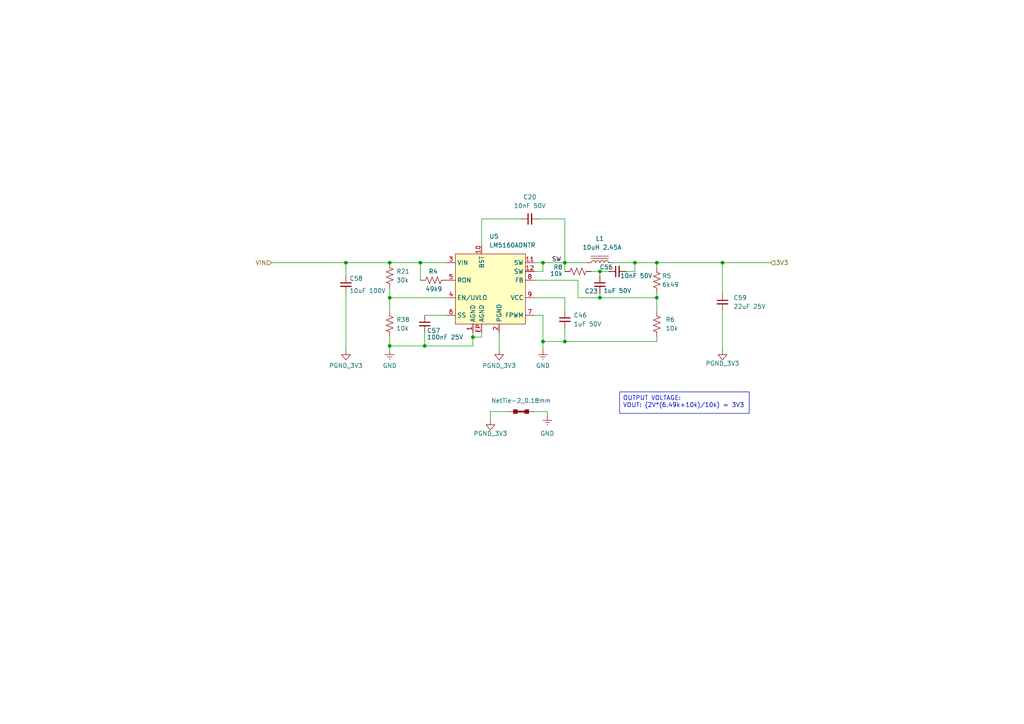
<source format=kicad_sch>
(kicad_sch (version 20250114) (generator "eeschema") (generator_version "9.0")
  (paper "A4")
  (lib_symbols
    (symbol "BR_Capacitors_0201:C_0201_100nF_25V_X7R_10%" (pin_numbers (hide yes)) (pin_names (offset 0.254) (hide yes))
      (property "Reference" "C" (at 1.016 1.778 0))
      (property "Value" "100nF 25V" (at 1.016 -1.778 0))
      (symbol "C_0201_100nF_25V_X7R_10%_0_1"
        (polyline (pts (xy -1.524 0.508) (xy 1.524 0.508)) (stroke (width 0.3048)))
        (polyline (pts (xy -1.524 -0.508) (xy 1.524 -0.508)) (stroke (width 0.3302)))
      )
      (symbol "C_0201_100nF_25V_X7R_10%_1_1"
        (pin passive line (at 0 2.54 270) (length 2.032) (name "~") (number "1"))
        (pin passive line (at 0 -2.54 90) (length 2.032) (name "~") (number "2"))
      )
    )
    (symbol "BR_Capacitors_0402:C_0402_10nF_50V_X7R_10%" (pin_numbers (hide yes)) (pin_names (offset 0.254) (hide yes))
      (property "Reference" "C" (at 1.016 1.778 0))
      (property "Value" "10nF 50V" (at 1.016 -1.778 0))
      (symbol "C_0402_10nF_50V_X7R_10%_0_1"
        (polyline (pts (xy -1.524 0.508) (xy 1.524 0.508)) (stroke (width 0.3048)))
        (polyline (pts (xy -1.524 -0.508) (xy 1.524 -0.508)) (stroke (width 0.3302)))
      )
      (symbol "C_0402_10nF_50V_X7R_10%_1_1"
        (pin passive line (at 0 2.54 270) (length 2.032) (name "~") (number "1"))
        (pin passive line (at 0 -2.54 90) (length 2.032) (name "~") (number "2"))
      )
    )
    (symbol "BR_Capacitors_0402:C_0402_1uF_50V_X5R_20%" (pin_numbers (hide yes)) (pin_names (offset 0.254) (hide yes))
      (property "Reference" "C" (at 1.016 1.778 0))
      (property "Value" "1uF 50V" (at 1.016 -1.778 0))
      (symbol "C_0402_1uF_50V_X5R_20%_0_1"
        (polyline (pts (xy -1.524 0.508) (xy 1.524 0.508)) (stroke (width 0.3048)))
        (polyline (pts (xy -1.524 -0.508) (xy 1.524 -0.508)) (stroke (width 0.3302)))
      )
      (symbol "C_0402_1uF_50V_X5R_20%_1_1"
        (pin passive line (at 0 2.54 270) (length 2.032) (name "~") (number "1"))
        (pin passive line (at 0 -2.54 90) (length 2.032) (name "~") (number "2"))
      )
    )
    (symbol "BR_Capacitors_0805:C_0805_22uF_25V_X5R_20%" (pin_numbers (hide yes)) (pin_names (offset 0.254) (hide yes))
      (property "Reference" "C" (at 1.016 1.778 0))
      (property "Value" "22uF 25V" (at 1.016 -1.778 0))
      (symbol "C_0805_22uF_25V_X5R_20%_0_1"
        (polyline (pts (xy -1.524 0.508) (xy 1.524 0.508)) (stroke (width 0.3048)))
        (polyline (pts (xy -1.524 -0.508) (xy 1.524 -0.508)) (stroke (width 0.3302)))
      )
      (symbol "C_0805_22uF_25V_X5R_20%_1_1"
        (pin passive line (at 0 2.54 270) (length 2.032) (name "~") (number "1"))
        (pin passive line (at 0 -2.54 90) (length 2.032) (name "~") (number "2"))
      )
    )
    (symbol "BR_Capacitors_1210:C_1210_10uF_100V_X7S_10%" (pin_numbers (hide yes)) (pin_names (offset 0.254) (hide yes))
      (property "Reference" "C" (at 1.016 1.778 0))
      (property "Value" "10uF 100V" (at 1.016 -1.778 0))
      (symbol "C_1210_10uF_100V_X7S_10%_0_1"
        (polyline (pts (xy -1.524 0.508) (xy 1.524 0.508)) (stroke (width 0.3048)))
        (polyline (pts (xy -1.524 -0.508) (xy 1.524 -0.508)) (stroke (width 0.3302)))
      )
      (symbol "C_1210_10uF_100V_X7S_10%_1_1"
        (pin passive line (at 0 2.54 270) (length 2.032) (name "~") (number "1"))
        (pin passive line (at 0 -2.54 90) (length 2.032) (name "~") (number "2"))
      )
    )
    (symbol "BR_IC_Regulators:LM5160ADNTR"
      (property "Reference" "U" (at 2.1941 15.24 0))
      (property "Value" "LM5160ADNTR" (at 2.1941 12.7 0))
      (symbol "LM5160ADNTR_1_1"
        (rectangle (start -7.62 10.16) (end 12.7 -10.16) (fill (type background)))
        (pin power_in line (at -10.16 7.62 0) (length 2.54) (name "VIN") (number "3"))
        (pin input line (at -10.16 2.54 0) (length 2.54) (name "RON") (number "5"))
        (pin input line (at -10.16 -2.54 0) (length 2.54) (name "EN/UVLO") (number "4"))
        (pin input line (at -10.16 -7.62 0) (length 2.54) (name "SS") (number "6"))
        (pin passive line (at -2.54 -12.7 90) (length 2.54) (name "AGND") (number "1"))
        (pin power_out line (at 0 12.7 270) (length 2.54) (name "BST") (number "10"))
        (pin passive line (at 0 -12.7 90) (length 2.54) (name "AGND") (number "EP"))
        (pin passive line (at 5.08 -12.7 90) (length 2.54) (name "PGND") (number "2"))
        (pin power_out line (at 15.24 7.62 180) (length 2.54) (name "SW") (number "11"))
        (pin power_out line (at 15.24 5.08 180) (length 2.54) (name "SW") (number "12"))
        (pin input line (at 15.24 2.54 180) (length 2.54) (name "FB") (number "8"))
        (pin power_out line (at 15.24 -2.54 180) (length 2.54) (name "VCC") (number "9"))
        (pin input line (at 15.24 -7.62 180) (length 2.54) (name "FPWM") (number "7"))
      )
    )
    (symbol "BR_Inductors:L_ASPI-6045T-100M-T" (pin_numbers (hide yes)) (pin_names (offset 0.254) (hide yes))
      (property "Reference" "L" (at -1.27 -1.27 90))
      (property "Value" "10uH 2.45A" (at 3.175 0.635 90))
      (symbol "L_ASPI-6045T-100M-T_0_1"
        (arc (start 0 2.54) (mid 0.6158 1.905) (end 0 1.27))
        (arc (start 0.0195 1.27) (mid 0.6353 0.635) (end 0.0195 0))
        (arc (start 0.0195 0) (mid 0.6353 -0.635) (end 0.0195 -1.27))
        (arc (start 0.0195 -1.27) (mid 0.6353 -1.905) (end 0.0195 -2.54))
        (polyline (pts (xy 1.27 2.54) (xy 1.27 -2.54)))
        (polyline (pts (xy 1.905 2.54) (xy 1.905 -2.54)))
      )
      (symbol "L_ASPI-6045T-100M-T_1_1"
        (pin passive line (at 0 3.81 270) (length 1.27) (name "~") (number "1"))
        (pin passive line (at 0 -3.81 90) (length 1.27) (name "~") (number "2"))
      )
    )
    (symbol "BR_Resistors_0201:R_0201_10k" (pin_numbers (hide yes)) (pin_names (offset 0) (hide yes))
      (property "Reference" "R" (at 1.524 1.27 0))
      (property "Value" "10k" (at 1.524 -1.27 0))
      (symbol "R_0201_10k_0_1"
        (polyline (pts (xy 0 2.286) (xy 0 2.54)))
        (polyline (pts (xy 0 2.286) (xy 1.016 1.905) (xy 0 1.524) (xy -1.016 1.143) (xy 0 0.762)))
        (polyline (pts (xy 0 0.762) (xy 1.016 0.381) (xy 0 0) (xy -1.016 -0.381) (xy 0 -0.762)))
        (polyline (pts (xy 0 -0.762) (xy 1.016 -1.143) (xy 0 -1.524) (xy -1.016 -1.905) (xy 0 -2.286)))
        (polyline (pts (xy 0 -2.286) (xy 0 -2.54)))
      )
      (symbol "R_0201_10k_1_1"
        (pin passive line (at 0 3.81 270) (length 1.27) (name "~") (number "1"))
        (pin passive line (at 0 -3.81 90) (length 1.27) (name "~") (number "2"))
      )
    )
    (symbol "BR_Resistors_0201:R_0201_30k" (pin_numbers (hide yes)) (pin_names (offset 0) (hide yes))
      (property "Reference" "R" (at 1.524 1.27 0))
      (property "Value" "30k" (at 1.524 -1.27 0))
      (symbol "R_0201_30k_0_1"
        (polyline (pts (xy 0 2.286) (xy 0 2.54)))
        (polyline (pts (xy 0 2.286) (xy 1.016 1.905) (xy 0 1.524) (xy -1.016 1.143) (xy 0 0.762)))
        (polyline (pts (xy 0 0.762) (xy 1.016 0.381) (xy 0 0) (xy -1.016 -0.381) (xy 0 -0.762)))
        (polyline (pts (xy 0 -0.762) (xy 1.016 -1.143) (xy 0 -1.524) (xy -1.016 -1.905) (xy 0 -2.286)))
        (polyline (pts (xy 0 -2.286) (xy 0 -2.54)))
      )
      (symbol "R_0201_30k_1_1"
        (pin passive line (at 0 3.81 270) (length 1.27) (name "~") (number "1"))
        (pin passive line (at 0 -3.81 90) (length 1.27) (name "~") (number "2"))
      )
    )
    (symbol "BR_Resistors_0201:R_0201_49k9" (pin_numbers (hide yes)) (pin_names (offset 0) (hide yes))
      (property "Reference" "R" (at 1.524 1.27 0))
      (property "Value" "49k9" (at 1.524 -1.27 0))
      (symbol "R_0201_49k9_0_1"
        (polyline (pts (xy 0 2.286) (xy 0 2.54)))
        (polyline (pts (xy 0 2.286) (xy 1.016 1.905) (xy 0 1.524) (xy -1.016 1.143) (xy 0 0.762)))
        (polyline (pts (xy 0 0.762) (xy 1.016 0.381) (xy 0 0) (xy -1.016 -0.381) (xy 0 -0.762)))
        (polyline (pts (xy 0 -0.762) (xy 1.016 -1.143) (xy 0 -1.524) (xy -1.016 -1.905) (xy 0 -2.286)))
        (polyline (pts (xy 0 -2.286) (xy 0 -2.54)))
      )
      (symbol "R_0201_49k9_1_1"
        (pin passive line (at 0 3.81 270) (length 1.27) (name "~") (number "1"))
        (pin passive line (at 0 -3.81 90) (length 1.27) (name "~") (number "2"))
      )
    )
    (symbol "BR_Resistors_0201:R_0201_6k49" (pin_numbers (hide yes)) (pin_names (offset 0) (hide yes))
      (property "Reference" "R" (at 1.524 1.27 0))
      (property "Value" "6k49" (at 1.524 -1.27 0))
      (symbol "R_0201_6k49_0_1"
        (polyline (pts (xy 0 2.286) (xy 0 2.54)))
        (polyline (pts (xy 0 2.286) (xy 1.016 1.905) (xy 0 1.524) (xy -1.016 1.143) (xy 0 0.762)))
        (polyline (pts (xy 0 0.762) (xy 1.016 0.381) (xy 0 0) (xy -1.016 -0.381) (xy 0 -0.762)))
        (polyline (pts (xy 0 -0.762) (xy 1.016 -1.143) (xy 0 -1.524) (xy -1.016 -1.905) (xy 0 -2.286)))
        (polyline (pts (xy 0 -2.286) (xy 0 -2.54)))
      )
      (symbol "R_0201_6k49_1_1"
        (pin passive line (at 0 3.81 270) (length 1.27) (name "~") (number "1"))
        (pin passive line (at 0 -3.81 90) (length 1.27) (name "~") (number "2"))
      )
    )
    (symbol "BR_Virtual_Parts:GND" (power) (pin_numbers (hide yes)) (pin_names (offset 0) (hide yes))
      (property "Value" "GND" (at 0 -3.556 0))
      (symbol "GND_0_1"
        (polyline (pts (xy -0.635 -1.905) (xy 0.635 -1.905)))
        (polyline (pts (xy -0.127 -2.54) (xy 0.127 -2.54)))
        (polyline (pts (xy 0 -1.27) (xy 0 0)))
        (polyline (pts (xy 1.27 -1.27) (xy -1.27 -1.27)))
      )
      (symbol "GND_1_1"
        (pin power_in line (at 0 0 270) (length 0) (hide yes) (name "GNDREF") (number "1"))
      )
    )
    (symbol "BR_Virtual_Parts:GND_ALT" (power) (pin_numbers (hide yes)) (pin_names (offset 0) (hide yes))
      (property "Value" "GND" (at 0 -3.556 0))
      (symbol "GND_ALT_0_1"
        (polyline (pts (xy -1.27 -1.27) (xy 1.27 -1.27) (xy 0 -2.794) (xy -1.27 -1.27)))
        (polyline (pts (xy 0 -1.27) (xy 0 0)))
      )
      (symbol "GND_ALT_1_1"
        (pin power_in line (at 0 0 270) (length 0) (hide yes) (name "GNDREF") (number "1"))
      )
    )
    (symbol "BR_Virtual_Parts:NetTie-2_0.18mm_long" (pin_numbers (hide yes)) (pin_names (offset 0)) (in_bom no)
      (property "Value" "NetTie-2_0.18mm" (at 2.54 0 90))
      (symbol "NetTie-2_0.18mm_long_0_1"
        (polyline (pts (xy 0 2.286) (xy 0 2.54)))
        (polyline (pts (xy 0 -2.286) (xy 0 -2.54)))
      )
      (symbol "NetTie-2_0.18mm_long_1_1"
        (rectangle (start -0.635 2.286) (end 0.635 1.016) (stroke (width -0.0001)) (fill (type outline)))
        (rectangle (start -0.635 -1.016) (end 0.635 -2.286) (stroke (width -0.0001)) (fill (type outline)))
        (rectangle (start -0.254 1.016) (end 0.254 -1.016) (stroke (width -0.0001)) (fill (type outline)))
        (pin passive line (at 0 3.81 270) (length 1.27) (name "~") (number "1"))
        (pin passive line (at 0 -3.81 90) (length 1.27) (name "~") (number "2"))
      )
    )
  )
  (text_box "OUTPUT VOLTAGE:\nVOUT: (2V*(6.49k+10k)/10k) = 3V3" (at 179.705 113.665 0) (size 37.592 6.223) (margins 0.9525 0.9525 0.9525 0.9525) (effects (font (size 1.27 1.27)) (justify left top)))
  (junction (at 157.48 99.06))
  (junction (at 123.19 100.33))
  (junction (at 184.15 76.2))
  (junction (at 157.48 76.2))
  (junction (at 100.33 76.2))
  (junction (at 113.03 86.36))
  (junction (at 173.99 86.36))
  (junction (at 113.03 76.2))
  (junction (at 163.83 76.2))
  (junction (at 190.5 86.36))
  (junction (at 137.16 97.79))
  (junction (at 190.5 76.2))
  (junction (at 209.55 76.2))
  (junction (at 113.03 100.33))
  (junction (at 173.99 78.74))
  (junction (at 121.92 76.2))
  (junction (at 163.83 99.06))
  (wire (pts (xy 154.94 76.2) (xy 157.48 76.2)))
  (wire (pts (xy 173.99 80.01) (xy 173.99 78.74)))
  (wire (pts (xy 142.24 121.92) (xy 142.24 119.38)))
  (wire (pts (xy 157.48 101.6) (xy 157.48 99.06)))
  (wire (pts (xy 163.83 76.2) (xy 163.83 78.74)))
  (wire (pts (xy 173.99 78.74) (xy 176.53 78.74)))
  (wire (pts (xy 157.48 99.06) (xy 163.83 99.06)))
  (wire (pts (xy 173.99 86.36) (xy 190.5 86.36)))
  (wire (pts (xy 190.5 77.47) (xy 190.5 76.2)))
  (wire (pts (xy 121.92 81.28) (xy 121.92 76.2)))
  (wire (pts (xy 163.83 99.06) (xy 190.5 99.06)))
  (wire (pts (xy 209.55 76.2) (xy 209.55 85.09)))
  (wire (pts (xy 184.15 78.74) (xy 184.15 76.2)))
  (wire (pts (xy 137.16 97.79) (xy 137.16 96.52)))
  (wire (pts (xy 167.64 81.28) (xy 154.94 81.28)))
  (wire (pts (xy 113.03 76.2) (xy 121.92 76.2)))
  (wire (pts (xy 139.7 97.79) (xy 139.7 96.52)))
  (wire (pts (xy 163.83 63.5) (xy 163.83 76.2)))
  (wire (pts (xy 154.94 91.44) (xy 157.48 91.44)))
  (wire (pts (xy 142.24 119.38) (xy 147.32 119.38)))
  (wire (pts (xy 137.16 100.33) (xy 123.19 100.33)))
  (wire (pts (xy 163.83 76.2) (xy 170.18 76.2)))
  (wire (pts (xy 139.7 63.5) (xy 151.13 63.5)))
  (wire (pts (xy 190.5 76.2) (xy 209.55 76.2)))
  (wire (pts (xy 144.78 101.6) (xy 144.78 96.52)))
  (wire (pts (xy 209.55 76.2) (xy 223.52 76.2)))
  (wire (pts (xy 121.92 76.2) (xy 129.54 76.2)))
  (wire (pts (xy 190.5 99.06) (xy 190.5 97.79)))
  (wire (pts (xy 113.03 86.36) (xy 129.54 86.36)))
  (wire (pts (xy 78.74 76.2) (xy 100.33 76.2)))
  (wire (pts (xy 190.5 90.17) (xy 190.5 86.36)))
  (wire (pts (xy 123.19 91.44) (xy 129.54 91.44)))
  (wire (pts (xy 113.03 90.17) (xy 113.03 86.36)))
  (wire (pts (xy 100.33 76.2) (xy 113.03 76.2)))
  (wire (pts (xy 209.55 101.6) (xy 209.55 90.17)))
  (wire (pts (xy 158.75 119.38) (xy 154.94 119.38)))
  (wire (pts (xy 163.83 90.17) (xy 163.83 86.36)))
  (wire (pts (xy 177.8 76.2) (xy 184.15 76.2)))
  (wire (pts (xy 123.19 96.52) (xy 123.19 100.33)))
  (wire (pts (xy 167.64 86.36) (xy 167.64 81.28)))
  (wire (pts (xy 163.83 99.06) (xy 163.83 95.25)))
  (wire (pts (xy 163.83 86.36) (xy 154.94 86.36)))
  (wire (pts (xy 190.5 85.09) (xy 190.5 86.36)))
  (wire (pts (xy 157.48 91.44) (xy 157.48 99.06)))
  (wire (pts (xy 113.03 100.33) (xy 123.19 100.33)))
  (wire (pts (xy 100.33 101.6) (xy 100.33 85.09)))
  (wire (pts (xy 157.48 78.74) (xy 157.48 76.2)))
  (wire (pts (xy 171.45 78.74) (xy 173.99 78.74)))
  (wire (pts (xy 184.15 76.2) (xy 190.5 76.2)))
  (wire (pts (xy 158.75 120.65) (xy 158.75 119.38)))
  (wire (pts (xy 139.7 63.5) (xy 139.7 71.12)))
  (wire (pts (xy 167.64 86.36) (xy 173.99 86.36)))
  (wire (pts (xy 181.61 78.74) (xy 184.15 78.74)))
  (wire (pts (xy 113.03 100.33) (xy 113.03 101.6)))
  (wire (pts (xy 157.48 76.2) (xy 163.83 76.2)))
  (wire (pts (xy 156.21 63.5) (xy 163.83 63.5)))
  (wire (pts (xy 113.03 86.36) (xy 113.03 83.82)))
  (wire (pts (xy 137.16 97.79) (xy 137.16 100.33)))
  (wire (pts (xy 154.94 78.74) (xy 157.48 78.74)))
  (wire (pts (xy 173.99 85.09) (xy 173.99 86.36)))
  (wire (pts (xy 137.16 97.79) (xy 139.7 97.79)))
  (wire (pts (xy 113.03 97.79) (xy 113.03 100.33)))
  (wire (pts (xy 100.33 80.01) (xy 100.33 76.2)))
  (label "SW" (at 160.02 76.2 0))
  (hierarchical_label "VIN" (shape input) (at 78.74 76.2 180))
  (hierarchical_label "3V3" (shape input) (at 223.52 76.2 0))
  (symbol (lib_id "BR_Inductors:L_ASPI-6045T-100M-T") (at 173.99 76.2 90) (unit 1)
    (property "Reference" "L1" (at 173.99 69.215 90))
    (property "Value" "10uH 2.45A" (at 174.625 71.755 90))
    (property "Footprint" "BR_Inductors:IND_VLS6045EX-101M" (effects (hide yes)))
    (property "Datasheet" "https://abracon.com/Magnetics/power/ASPI-6045T.pdf" (effects (hide yes)))
    (property "Description" "10µH 20% 2.45A 62mR Shielded Wirewound Inductor SMT 6x6x4.5mm" (effects (hide yes)))
    (property "Manufacturer" "Abracon LLC" (effects (hide yes)))
    (property "Manufacturer Part Num" "ASPI-6045T-100M-T" (effects (hide yes)))
    (property "Supplier 1" "DigiKey" (effects (hide yes)))
    (property "Supplier Part Num 1" "535-ASPI-6045T-100M-TTR-ND" (effects (hide yes)))
    (property "Supplier 2" "Mouser" (effects (hide yes)))
    (property "Supplier Part Num 2" "815-ASP6045T-100M-T" (effects (hide yes)))
    (property "Supplier 3" "JLCPCB" (effects (hide yes)))
    (property "Supplier Part Num 3" "C436755" (effects (hide yes)))
    (property "BRE Number" "BRE-000219" (effects (hide yes)))
  )
  (symbol (lib_id "BR_Virtual_Parts:GND_ALT") (at 142.24 121.92 0) (unit 1)
    (property "Reference" "#PWR061" (effects (hide yes)))
    (property "Value" "PGND_3V3" (at 142.24 125.73 0))
  )
  (symbol (lib_id "BR_IC_Regulators:LM5160ADNTR") (at 139.7 83.82 0) (unit 1)
    (property "Reference" "U5" (at 141.8941 68.58 0) (effects (justify left)))
    (property "Value" "LM5160ADNTR" (at 141.8941 71.12 0) (effects (justify left)))
    (property "Footprint" "BR_IC:WSON-12-1EP_4x4mm_P0.5mm_EP2.6x3mm" (effects (hide yes)))
    (property "Datasheet" "https://www.ti.com/general/docs/suppproductinfo.tsp?distId=10&gotoUrl=https%3A%2F%2Fwww.ti.com%2Flit%2Fgpn%2Flm5160a" (effects (hide yes)))
    (property "Description" "Buck Converter, 4.5 - 60V Input, 2A, 1Mhz, WSON-12 (6.2x5)" (effects (hide yes)))
    (property "Manufacturer" "Texas Instruments" (effects (hide yes)))
    (property "Manufacturer Part Num" "LM5160ADNTR" (effects (hide yes)))
    (property "Supplier 1" "DigiKey" (effects (hide yes)))
    (property "Supplier Part Num 1" "296-46121-1-ND" (effects (hide yes)))
    (property "Supplier 2" "Mouser" (effects (hide yes)))
    (property "Supplier Part Num 2" "595-LM5160ADNTR" (effects (hide yes)))
    (property "Supplier 3" "JLCPCB" (effects (hide yes)))
    (property "Supplier Part Num 3" "C473375" (effects (hide yes)))
    (property "BRE Number" "BRE-000193" (effects (hide yes)))
  )
  (symbol (lib_id "BR_Virtual_Parts:GND") (at 158.75 120.65 0) (unit 1)
    (property "Reference" "#PWR037" (effects (hide yes)))
    (property "Value" "GND" (at 158.75 125.73 0))
  )
  (symbol (lib_id "BR_Virtual_Parts:GND_ALT") (at 144.78 101.6 0) (unit 1)
    (property "Reference" "#PWR038" (effects (hide yes)))
    (property "Value" "PGND_3V3" (at 144.78 106.045 0))
  )
  (symbol (lib_id "BR_Virtual_Parts:GND_ALT") (at 100.33 101.6 0) (unit 1)
    (property "Reference" "#PWR040" (effects (hide yes)))
    (property "Value" "PGND_3V3" (at 100.33 106.045 0))
  )
  (symbol (lib_id "BR_Virtual_Parts:NetTie-2_0.18mm_long") (at 151.13 119.38 90) (unit 1) (in_bom no)
    (property "Reference" "NT2" (effects (hide yes)))
    (property "Value" "NetTie-2_0.18mm" (at 151.13 116.205 90))
    (property "Footprint" "BR_Virtual_Parts:NetTie-2_SMD_Pad_0.18mm_wide_long" (effects (hide yes)))
    (property "Description" "Net Tie" (effects (hide yes)))
  )
  (symbol (lib_id "BR_Resistors_0201:R_0201_10k") (at 113.03 93.98 180) (unit 1)
    (property "Reference" "R38" (at 114.935 92.71 0) (effects (justify right)))
    (property "Value" "10k" (at 114.935 95.25 0) (effects (justify right)))
    (property "Footprint" "BR_Passives:R_0201_0603Metric-minimized" (effects (hide yes)))
    (property "Datasheet" "https://www.yageo.com/upload/media/product/products/datasheet/rchip/PYu-RC_Group_51_RoHS_L_12.pdf" (effects (hide yes)))
    (property "Description" "10k 1% 200ppm 50mW Thick Film Resistor 0201" (effects (hide yes)))
    (property "Manufacturer" "YAGEO" (effects (hide yes)))
    (property "Manufacturer Part Num" "RC0201FR-0710KL" (effects (hide yes)))
    (property "Supplier 1" "DigiKey" (effects (hide yes)))
    (property "Supplier Part Num 1" "311-10.0KMCT-ND" (effects (hide yes)))
    (property "Supplier 2" "Mouser" (effects (hide yes)))
    (property "Supplier Part Num 2" "603-RC0201FR-0710KL" (effects (hide yes)))
    (property "Supplier 3" "JLCPCB" (effects (hide yes)))
    (property "Supplier Part Num 3" "C106225" (effects (hide yes)))
    (property "BRE Number" "BRE-000261" (effects (hide yes)))
  )
  (symbol (lib_id "BR_Capacitors_0402:C_0402_1uF_50V_X5R_20%") (at 163.83 92.71 0) (unit 1)
    (property "Reference" "C46" (at 166.37 91.4462 0) (effects (justify left)))
    (property "Value" "1uF 50V" (at 166.37 93.9862 0) (effects (justify left)))
    (property "Footprint" "BR_Passives:C_0402_1005Metric-minimized" (effects (hide yes)))
    (property "Datasheet" "https://search.murata.co.jp/Ceramy/image/img/A01X/G101/ENG/GRM155R61H105KE05-01A.pdf" (effects (hide yes)))
    (property "Description" "1uF 50V X5R 5% Ceramic Capacitor 0402" (effects (hide yes)))
    (property "Manufacturer" "Murata Electronics" (effects (hide yes)))
    (property "Manufacturer Part Num" "GRM155R61H105KE05D" (effects (hide yes)))
    (property "Supplier 1" "DigiKey" (effects (hide yes)))
    (property "Supplier Part Num 1" "490-GRM155R61H105KE05DCT-ND" (effects (hide yes)))
    (property "Supplier 2" "Mouser" (effects (hide yes)))
    (property "Supplier Part Num 2" "81-GRM155R61H105KE5D" (effects (hide yes)))
    (property "Supplier 3" "JLCPCB" (effects (hide yes)))
    (property "Supplier Part Num 3" "C1518208" (effects (hide yes)))
    (property "BRE Number" "BRE-000020" (effects (hide yes)))
  )
  (symbol (lib_id "BR_Virtual_Parts:GND") (at 157.48 101.6 0) (unit 1)
    (property "Reference" "#PWR0146" (effects (hide yes)))
    (property "Value" "GND" (at 157.48 106.045 0))
  )
  (symbol (lib_id "BR_Capacitors_0402:C_0402_1uF_50V_X5R_20%") (at 173.99 82.55 0) (unit 1)
    (property "Reference" "C23" (at 169.545 84.455 0) (effects (justify left)))
    (property "Value" "1uF 50V" (at 175.006 84.328 0) (effects (justify left)))
    (property "Footprint" "BR_Passives:C_0402_1005Metric-minimized" (effects (hide yes)))
    (property "Datasheet" "https://search.murata.co.jp/Ceramy/image/img/A01X/G101/ENG/GRM155R61H105KE05-01A.pdf" (effects (hide yes)))
    (property "Description" "1uF 50V X5R 5% Ceramic Capacitor 0402" (effects (hide yes)))
    (property "Manufacturer" "Murata Electronics" (effects (hide yes)))
    (property "Manufacturer Part Num" "GRM155R61H105KE05D" (effects (hide yes)))
    (property "Supplier 1" "DigiKey" (effects (hide yes)))
    (property "Supplier Part Num 1" "490-GRM155R61H105KE05DCT-ND" (effects (hide yes)))
    (property "Supplier 2" "Mouser" (effects (hide yes)))
    (property "Supplier Part Num 2" "81-GRM155R61H105KE5D" (effects (hide yes)))
    (property "Supplier 3" "JLCPCB" (effects (hide yes)))
    (property "Supplier Part Num 3" "C1518208" (effects (hide yes)))
    (property "BRE Number" "BRE-000020" (effects (hide yes)))
  )
  (symbol (lib_id "BR_Resistors_0201:R_0201_30k") (at 113.03 80.01 0) (unit 1)
    (property "Reference" "R21" (at 114.935 78.74 0) (effects (justify left)))
    (property "Value" "30k" (at 114.935 81.28 0) (effects (justify left)))
    (property "Footprint" "BR_Passives:R_0201_0603Metric-minimized" (effects (hide yes)))
    (property "Datasheet" "https://www.lcsc.com/datasheet/lcsc_datasheet_2304140030_YAGEO-RC0201FR-0730KL_C138153.pdf" (effects (hide yes)))
    (property "Description" "30k 1% 200ppm 50mW Thick Film Resistor 0201" (effects (hide yes)))
    (property "Manufacturer" "YAGEO" (effects (hide yes)))
    (property "Manufacturer Part Num" "RC0201FR-0730KL" (effects (hide yes)))
    (property "Supplier 1" "DigiKey" (effects (hide yes)))
    (property "Supplier Part Num 1" "YAG2281CT-ND" (effects (hide yes)))
    (property "Supplier 2" "Mouser" (effects (hide yes)))
    (property "Supplier Part Num 2" "603-RC0201FR-0730KL" (effects (hide yes)))
    (property "Supplier 3" "JLCPCB" (effects (hide yes)))
    (property "Supplier Part Num 3" "C138153" (effects (hide yes)))
    (property "BRE Number" "BRE-000273" (effects (hide yes)))
  )
  (symbol (lib_id "BR_Resistors_0201:R_0201_6k49") (at 190.5 81.28 0) (unit 1)
    (property "Reference" "R5" (at 192.024 80.01 0) (effects (justify left)))
    (property "Value" "6k49" (at 192.024 82.55 0) (effects (justify left)))
    (property "Footprint" "BR_Passives:R_0201_0603Metric-minimized" (effects (hide yes)))
    (property "Datasheet" "https://www.lcsc.com/datasheet/lcsc_datasheet_2202021300_YAGEO-AF0201FR-076K49L_C2107920.pdf" (effects (hide yes)))
    (property "Description" "6.49k 1% 200ppm 50mW Thick Film Resistor 0201" (effects (hide yes)))
    (property "Manufacturer" "YAGEO" (effects (hide yes)))
    (property "Manufacturer Part Num" "AF0201FR-076K49L" (effects (hide yes)))
    (property "Supplier 1" "DigiKey" (effects (hide yes)))
    (property "Supplier Part Num 1" "AF0201FR-076K49L-ND" (effects (hide yes)))
    (property "Supplier 2" "Mouser" (effects (hide yes)))
    (property "Supplier Part Num 2" "603-AF0201FR-076K49L" (effects (hide yes)))
    (property "Supplier 3" "JLCPCB" (effects (hide yes)))
    (property "Supplier Part Num 3" "C2107920" (effects (hide yes)))
    (property "BRE Number" "BRE-000286" (effects (hide yes)))
  )
  (symbol (lib_id "BR_Capacitors_0402:C_0402_10nF_50V_X7R_10%") (at 153.67 63.5 90) (unit 1)
    (property "Reference" "C20" (at 153.6763 57.15 90))
    (property "Value" "10nF 50V" (at 153.6763 59.69 90))
    (property "Footprint" "BR_Passives:C_0402_1005Metric-minimized" (effects (hide yes)))
    (property "Datasheet" "https://www.yageo.com/upload/media/product/productsearch/datasheet/mlcc/UPY-GPHC_X7R_6.3V-to-250V_23.pdf" (effects (hide yes)))
    (property "Description" "10nF 50V X7R 10% Ceramic Capacitor 0402" (effects (hide yes)))
    (property "Manufacturer" "YAGEO" (effects (hide yes)))
    (property "Manufacturer Part Num" "CC0402KRX7R9BB103" (effects (hide yes)))
    (property "Supplier 1" "DigiKey" (effects (hide yes)))
    (property "Supplier Part Num 1" "311-1349-1-ND" (effects (hide yes)))
    (property "Supplier 2" "Mouser" (effects (hide yes)))
    (property "Supplier Part Num 2" "603-CC402KRX7R9BB103" (effects (hide yes)))
    (property "Supplier 3" "JLCPCB" (effects (hide yes)))
    (property "Supplier Part Num 3" "C60133" (effects (hide yes)))
    (property "BRE Number" "BRE-000013" (effects (hide yes)))
  )
  (symbol (lib_id "BR_Resistors_0201:R_0201_10k") (at 190.5 93.98 0) (unit 1)
    (property "Reference" "R6" (at 193.04 92.7099 0) (effects (justify left)))
    (property "Value" "10k" (at 193.04 95.2499 0) (effects (justify left)))
    (property "Footprint" "BR_Passives:R_0201_0603Metric-minimized" (effects (hide yes)))
    (property "Datasheet" "https://www.yageo.com/upload/media/product/products/datasheet/rchip/PYu-RC_Group_51_RoHS_L_12.pdf" (effects (hide yes)))
    (property "Description" "10k 1% 200ppm 50mW Thick Film Resistor 0201" (effects (hide yes)))
    (property "Manufacturer" "YAGEO" (effects (hide yes)))
    (property "Manufacturer Part Num" "RC0201FR-0710KL" (effects (hide yes)))
    (property "Supplier 1" "DigiKey" (effects (hide yes)))
    (property "Supplier Part Num 1" "311-10.0KMCT-ND" (effects (hide yes)))
    (property "Supplier 2" "Mouser" (effects (hide yes)))
    (property "Supplier Part Num 2" "603-RC0201FR-0710KL" (effects (hide yes)))
    (property "Supplier 3" "JLCPCB" (effects (hide yes)))
    (property "Supplier Part Num 3" "C106225" (effects (hide yes)))
    (property "BRE Number" "BRE-000261" (effects (hide yes)))
  )
  (symbol (lib_id "BR_Resistors_0201:R_0201_49k9") (at 125.73 81.28 90) (unit 1)
    (property "Reference" "R4" (at 127 78.74 90) (effects (justify left)))
    (property "Value" "49k9" (at 128.27 83.82 90) (effects (justify left)))
    (property "Footprint" "BR_Passives:R_0201_0603Metric-minimized" (effects (hide yes)))
    (property "Datasheet" "https://www.lcsc.com/datasheet/lcsc_datasheet_2210190401_YAGEO-RC0201DR-0749K9L_C851750.pdf" (effects (hide yes)))
    (property "Description" "49.9k 1% 200ppm 50mW Thick Film Resistor 0201" (effects (hide yes)))
    (property "Manufacturer" "YAGEO" (effects (hide yes)))
    (property "Manufacturer Part Num" "RC0201DR-0749K9L" (effects (hide yes)))
    (property "Supplier 1" "DigiKey" (effects (hide yes)))
    (property "Supplier Part Num 1" "13-RC0201DR-0749K9LCT-ND" (effects (hide yes)))
    (property "Supplier 2" "Mouser" (effects (hide yes)))
    (property "Supplier Part Num 2" "603-RC0201DR-0749K9L" (effects (hide yes)))
    (property "Supplier 3" "JLCPCB" (effects (hide yes)))
    (property "Supplier Part Num 3" "C851750" (effects (hide yes)))
    (property "BRE Number" "BRE-000280" (effects (hide yes)))
  )
  (symbol (lib_id "BR_Capacitors_0805:C_0805_22uF_25V_X5R_20%") (at 209.55 87.63 0) (unit 1)
    (property "Reference" "C59" (at 212.725 86.3662 0) (effects (justify left)))
    (property "Value" "22uF 25V" (at 212.725 88.9062 0) (effects (justify left)))
    (property "Footprint" "BR_Passives:C_0805_2012Metric-minimized" (effects (hide yes)))
    (property "Datasheet" "https://www.yageo.com/upload/media/product/app/datasheet/mlcc/upy-gphc_x5r_4v-to-50v.pdf" (effects (hide yes)))
    (property "Description" "22uF 25V X5R 20% Ceramic Capacitor 0805" (effects (hide yes)))
    (property "Manufacturer" "YAGEO" (effects (hide yes)))
    (property "Manufacturer Part Num" "CC0805MKX5R8BB226" (effects (hide yes)))
    (property "Supplier 1" "DigiKey" (effects (hide yes)))
    (property "Supplier Part Num 1" "311-1903-1-ND" (effects (hide yes)))
    (property "Supplier 2" "Mouser" (effects (hide yes)))
    (property "Supplier Part Num 2" "603-CC805MKX5R8BB226" (effects (hide yes)))
    (property "Supplier 3" "JLCPCB" (effects (hide yes)))
    (property "Supplier Part Num 3" "C784585" (effects (hide yes)))
    (property "BRE Number" "BRE-000052" (effects (hide yes)))
  )
  (symbol (lib_id "BR_Virtual_Parts:GND_ALT") (at 209.55 101.6 0) (unit 1)
    (property "Reference" "#PWR041" (effects (hide yes)))
    (property "Value" "PGND_3V3" (at 209.55 105.41 0))
  )
  (symbol (lib_id "BR_Virtual_Parts:GND") (at 113.03 101.6 0) (unit 1)
    (property "Reference" "#PWR0137" (effects (hide yes)))
    (property "Value" "GND" (at 113.03 106.045 0))
  )
  (symbol (lib_id "BR_Capacitors_0201:C_0201_100nF_25V_X7R_10%") (at 123.19 93.98 0) (unit 1)
    (property "Reference" "C57" (at 123.825 95.885 0) (effects (justify left)))
    (property "Value" "100nF 25V" (at 123.825 97.79 0) (effects (justify left)))
    (property "Footprint" "BR_Passives:C_0201_0603Metric-minimized" (effects (hide yes)))
    (property "Datasheet" "https://www.lcsc.com/datasheet/lcsc_datasheet_2108070630_Murata-Electronics-GRM033R61E104KE14J_C2649540.pdf" (effects (hide yes)))
    (property "Description" "100nF 25V X7R 10% Ceramic Capacitor 0201" (effects (hide yes)))
    (property "Manufacturer" "Murata Electronics" (effects (hide yes)))
    (property "Manufacturer Part Num" "GRM033R61E104KE14J" (effects (hide yes)))
    (property "Supplier 1" "DigiKey" (effects (hide yes)))
    (property "Supplier Part Num 1" "490-14571-1-ND" (effects (hide yes)))
    (property "Supplier 2" "Mouser" (effects (hide yes)))
    (property "Supplier Part Num 2" "81-GRM033R61E104KE4J" (effects (hide yes)))
    (property "Supplier 3" "JLCPCB" (effects (hide yes)))
    (property "Supplier Part Num 3" "C2649540" (effects (hide yes)))
    (property "BRE Number" "BRE-000000" (effects (hide yes)))
  )
  (symbol (lib_id "BR_Capacitors_0402:C_0402_10nF_50V_X7R_10%") (at 179.07 78.74 90) (unit 1)
    (property "Reference" "C56" (at 177.8 77.47 90) (effects (justify left)))
    (property "Value" "10nF 50V" (at 189.23 80.01 90) (effects (justify left)))
    (property "Footprint" "BR_Passives:C_0402_1005Metric-minimized" (effects (hide yes)))
    (property "Datasheet" "https://www.yageo.com/upload/media/product/productsearch/datasheet/mlcc/UPY-GPHC_X7R_6.3V-to-250V_23.pdf" (effects (hide yes)))
    (property "Description" "10nF 50V X7R 10% Ceramic Capacitor 0402" (effects (hide yes)))
    (property "Manufacturer" "YAGEO" (effects (hide yes)))
    (property "Manufacturer Part Num" "CC0402KRX7R9BB103" (effects (hide yes)))
    (property "Supplier 1" "DigiKey" (effects (hide yes)))
    (property "Supplier Part Num 1" "311-1349-1-ND" (effects (hide yes)))
    (property "Supplier 2" "Mouser" (effects (hide yes)))
    (property "Supplier Part Num 2" "603-CC402KRX7R9BB103" (effects (hide yes)))
    (property "Supplier 3" "JLCPCB" (effects (hide yes)))
    (property "Supplier Part Num 3" "C60133" (effects (hide yes)))
    (property "BRE Number" "BRE-000013" (effects (hide yes)))
  )
  (symbol (lib_id "BR_Resistors_0201:R_0201_10k") (at 167.64 78.74 90) (unit 1)
    (property "Reference" "R8" (at 163.195 77.47 90) (effects (justify left)))
    (property "Value" "10k" (at 163.195 79.375 90) (effects (justify left)))
    (property "Footprint" "BR_Passives:R_0201_0603Metric-minimized" (effects (hide yes)))
    (property "Datasheet" "https://www.yageo.com/upload/media/product/products/datasheet/rchip/PYu-RC_Group_51_RoHS_L_12.pdf" (effects (hide yes)))
    (property "Description" "10k 1% 200ppm 50mW Thick Film Resistor 0201" (effects (hide yes)))
    (property "Manufacturer" "YAGEO" (effects (hide yes)))
    (property "Manufacturer Part Num" "RC0201FR-0710KL" (effects (hide yes)))
    (property "Supplier 1" "DigiKey" (effects (hide yes)))
    (property "Supplier Part Num 1" "311-10.0KMCT-ND" (effects (hide yes)))
    (property "Supplier 2" "Mouser" (effects (hide yes)))
    (property "Supplier Part Num 2" "603-RC0201FR-0710KL" (effects (hide yes)))
    (property "Supplier 3" "JLCPCB" (effects (hide yes)))
    (property "Supplier Part Num 3" "C106225" (effects (hide yes)))
    (property "BRE Number" "BRE-000261" (effects (hide yes)))
  )
  (symbol (lib_id "BR_Capacitors_1210:C_1210_10uF_100V_X7S_10%") (at 100.33 82.55 0) (unit 1)
    (property "Reference" "C58" (at 101.346 80.772 0) (effects (justify left)))
    (property "Value" "10uF 100V" (at 101.346 84.328 0) (effects (justify left)))
    (property "Footprint" "BR_Passives:C_1210_3225Metric" (effects (hide yes)))
    (property "Datasheet" "https://search.murata.co.jp/Ceramy/image/img/A01X/G101/ENG/GRM32EC72A106KE05-01.pdf" (effects (hide yes)))
    (property "Description" "10uF 100V X7S 10% Ceramic Capacitor 1210" (effects (hide yes)))
    (property "Manufacturer" "Murata Electronics" (effects (hide yes)))
    (property "Manufacturer Part Num" "GRM32EC72A106KE05L" (effects (hide yes)))
    (property "Supplier 1" "DigiKey" (effects (hide yes)))
    (property "Supplier Part Num 1" "490-16266-1-ND" (effects (hide yes)))
    (property "Supplier 2" "Mouser" (effects (hide yes)))
    (property "Supplier Part Num 2" "81-GRM32EC72A106KE05" (effects (hide yes)))
    (property "Supplier 3" "JLCPCB" (effects (hide yes)))
    (property "Supplier Part Num 3" "C576517" (effects (hide yes)))
    (property "BRE Number" "BRE-000064" (effects (hide yes)))
  )
)
</source>
